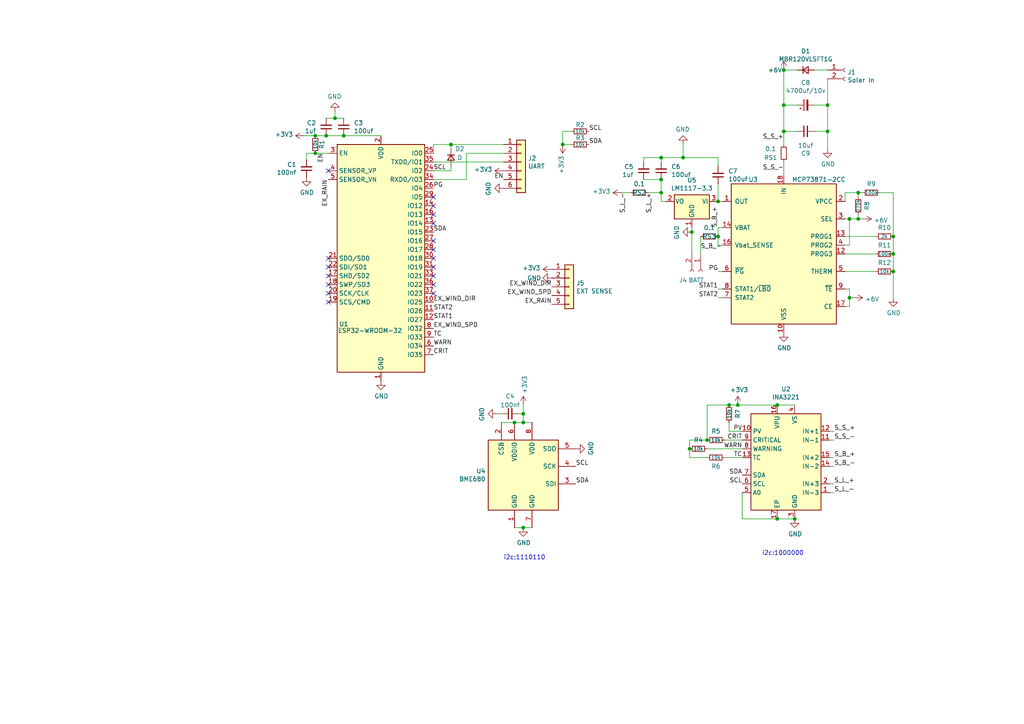
<source format=kicad_sch>
(kicad_sch (version 20230121) (generator eeschema)
  (paper "A4")
  (lib_symbols
    (symbol "Connector_Generic:Conn_01x05" (pin_names (offset 1.016) hide)
      (property "Reference" "J" (at 0 7.62 0))
      (property "Value" "Conn_01x05" (at 0 -7.62 0))
      (symbol "Conn_01x05_1_1"
        (rectangle (start -1.27 -4.953) (end 0 -5.207) (stroke (width 0.1524)))
        (rectangle (start -1.27 -2.413) (end 0 -2.667) (stroke (width 0.1524)))
        (rectangle (start -1.27 0.127) (end 0 -0.127) (stroke (width 0.1524)))
        (rectangle (start -1.27 2.667) (end 0 2.413) (stroke (width 0.1524)))
        (rectangle (start -1.27 5.207) (end 0 4.953) (stroke (width 0.1524)))
        (rectangle (start -1.27 6.35) (end 1.27 -6.35) (stroke (width 0.254)) (fill (type background)))
        (pin passive line (at -5.08 5.08 0) (length 3.81) (name "Pin_1") (number "1"))
        (pin passive line (at -5.08 2.54 0) (length 3.81) (name "Pin_2") (number "2"))
        (pin passive line (at -5.08 0 0) (length 3.81) (name "Pin_3") (number "3"))
        (pin passive line (at -5.08 -2.54 0) (length 3.81) (name "Pin_4") (number "4"))
        (pin passive line (at -5.08 -5.08 0) (length 3.81) (name "Pin_5") (number "5"))
      )
    )
    (symbol "Connector_Generic:Conn_01x06" (pin_names (offset 1.016) hide)
      (property "Reference" "J" (at 0 7.62 0))
      (property "Value" "Conn_01x06" (at 0 -10.16 0))
      (symbol "Conn_01x06_1_1"
        (rectangle (start -1.27 -7.493) (end 0 -7.747) (stroke (width 0.1524)))
        (rectangle (start -1.27 -4.953) (end 0 -5.207) (stroke (width 0.1524)))
        (rectangle (start -1.27 -2.413) (end 0 -2.667) (stroke (width 0.1524)))
        (rectangle (start -1.27 0.127) (end 0 -0.127) (stroke (width 0.1524)))
        (rectangle (start -1.27 2.667) (end 0 2.413) (stroke (width 0.1524)))
        (rectangle (start -1.27 5.207) (end 0 4.953) (stroke (width 0.1524)))
        (rectangle (start -1.27 6.35) (end 1.27 -8.89) (stroke (width 0.254)) (fill (type background)))
        (pin passive line (at -5.08 5.08 0) (length 3.81) (name "Pin_1") (number "1"))
        (pin passive line (at -5.08 2.54 0) (length 3.81) (name "Pin_2") (number "2"))
        (pin passive line (at -5.08 0 0) (length 3.81) (name "Pin_3") (number "3"))
        (pin passive line (at -5.08 -2.54 0) (length 3.81) (name "Pin_4") (number "4"))
        (pin passive line (at -5.08 -5.08 0) (length 3.81) (name "Pin_5") (number "5"))
        (pin passive line (at -5.08 -7.62 0) (length 3.81) (name "Pin_6") (number "6"))
      )
    )
    (symbol "Device:C_Small" (pin_numbers hide) (pin_names (offset 0.254) hide)
      (property "Reference" "C" (at 0.254 1.778 0))
      (property "Value" "C_Small" (at 0.254 -2.032 0))
      (symbol "C_Small_0_1"
        (polyline (pts (xy -1.524 -0.508) (xy 1.524 -0.508)) (stroke (width 0.3302)))
        (polyline (pts (xy -1.524 0.508) (xy 1.524 0.508)) (stroke (width 0.3048)))
      )
      (symbol "C_Small_1_1"
        (pin passive line (at 0 2.54 270) (length 2.032) (name "~") (number "1"))
        (pin passive line (at 0 -2.54 90) (length 2.032) (name "~") (number "2"))
      )
    )
    (symbol "Device:D_Small" (pin_numbers hide) (pin_names (offset 0.254) hide)
      (property "Reference" "D" (at -1.27 2.032 0))
      (property "Value" "D_Small" (at -3.81 -2.032 0))
      (symbol "D_Small_0_1"
        (polyline (pts (xy -0.762 -1.016) (xy -0.762 1.016)) (stroke (width 0.254)))
        (polyline (pts (xy -0.762 0) (xy 0.762 0)))
        (polyline (pts (xy 0.762 -1.016) (xy -0.762 0) (xy 0.762 1.016) (xy 0.762 -1.016)) (stroke (width 0.254)))
      )
      (symbol "D_Small_1_1"
        (pin passive line (at -2.54 0 0) (length 1.778) (name "K") (number "1"))
        (pin passive line (at 2.54 0 180) (length 1.778) (name "A") (number "2"))
      )
    )
    (symbol "Device:R_Small" (pin_numbers hide) (pin_names (offset 0.254) hide)
      (property "Reference" "R" (at 0.762 0.508 0))
      (property "Value" "R_Small" (at 0.762 -1.016 0))
      (symbol "R_Small_0_1"
        (rectangle (start -0.762 1.778) (end 0.762 -1.778) (stroke (width 0.2032)))
      )
      (symbol "R_Small_1_1"
        (pin passive line (at 0 2.54 270) (length 0.762) (name "~") (number "1"))
        (pin passive line (at 0 -2.54 90) (length 0.762) (name "~") (number "2"))
      )
    )
    (symbol "Power_Management:INA3221"
      (property "Reference" "U" (at -10.16 17.78 0))
      (property "Value" "INA3221" (at 5.08 17.78 0))
      (symbol "INA3221_0_1"
        (rectangle (start 10.16 -12.7) (end -10.16 15.24) (stroke (width 0.254)) (fill (type background)))
      )
      (symbol "INA3221_1_1"
        (pin input line (at -12.7 -7.62 0) (length 2.54) (name "IN-3") (number "1"))
        (pin open_collector line (at 12.7 10.16 180) (length 2.54) (name "PV") (number "10"))
        (pin input line (at -12.7 7.62 0) (length 2.54) (name "IN-1") (number "11"))
        (pin input line (at -12.7 10.16 0) (length 2.54) (name "IN+1") (number "12"))
        (pin open_collector line (at 12.7 2.54 180) (length 2.54) (name "TC") (number "13"))
        (pin input line (at -12.7 0 0) (length 2.54) (name "IN-2") (number "14"))
        (pin input line (at -12.7 2.54 0) (length 2.54) (name "IN+2") (number "15"))
        (pin power_in line (at 2.54 17.78 270) (length 2.54) (name "VPU") (number "16"))
        (pin passive line (at 2.54 -15.24 90) (length 2.54) (name "EP") (number "17"))
        (pin input line (at -12.7 -5.08 0) (length 2.54) (name "IN+3") (number "2"))
        (pin power_in line (at -2.54 -15.24 90) (length 2.54) (name "GND") (number "3"))
        (pin power_in line (at -2.54 17.78 270) (length 2.54) (name "VS") (number "4"))
        (pin input line (at 12.7 -7.62 180) (length 2.54) (name "A0") (number "5"))
        (pin input line (at 12.7 -5.08 180) (length 2.54) (name "SCL") (number "6"))
        (pin bidirectional line (at 12.7 -2.54 180) (length 2.54) (name "SDA") (number "7"))
        (pin open_collector line (at 12.7 5.08 180) (length 2.54) (name "WARNING") (number "8"))
        (pin open_collector line (at 12.7 7.62 180) (length 2.54) (name "CRITICAL") (number "9"))
      )
    )
    (symbol "RF_Module:ESP32-WROOM-32"
      (property "Reference" "U" (at -12.7 34.29 0))
      (property "Value" "ESP32-WROOM-32" (at 1.27 34.29 0))
      (symbol "ESP32-WROOM-32_0_1"
        (rectangle (start -12.7 33.02) (end 12.7 -33.02) (stroke (width 0.254)) (fill (type background)))
      )
      (symbol "ESP32-WROOM-32_1_1"
        (pin power_in line (at 0 -35.56 90) (length 2.54) (name "GND") (number "1"))
        (pin bidirectional line (at 15.24 -12.7 180) (length 2.54) (name "IO25") (number "10"))
        (pin bidirectional line (at 15.24 -15.24 180) (length 2.54) (name "IO26") (number "11"))
        (pin bidirectional line (at 15.24 -17.78 180) (length 2.54) (name "IO27") (number "12"))
        (pin bidirectional line (at 15.24 10.16 180) (length 2.54) (name "IO14") (number "13"))
        (pin bidirectional line (at 15.24 15.24 180) (length 2.54) (name "IO12") (number "14"))
        (pin passive line (at 0 -35.56 90) (length 2.54) hide (name "GND") (number "15"))
        (pin bidirectional line (at 15.24 12.7 180) (length 2.54) (name "IO13") (number "16"))
        (pin bidirectional line (at -15.24 -5.08 0) (length 2.54) (name "SHD/SD2") (number "17"))
        (pin bidirectional line (at -15.24 -7.62 0) (length 2.54) (name "SWP/SD3") (number "18"))
        (pin bidirectional line (at -15.24 -12.7 0) (length 2.54) (name "SCS/CMD") (number "19"))
        (pin power_in line (at 0 35.56 270) (length 2.54) (name "VDD") (number "2"))
        (pin bidirectional line (at -15.24 -10.16 0) (length 2.54) (name "SCK/CLK") (number "20"))
        (pin bidirectional line (at -15.24 0 0) (length 2.54) (name "SDO/SD0") (number "21"))
        (pin bidirectional line (at -15.24 -2.54 0) (length 2.54) (name "SDI/SD1") (number "22"))
        (pin bidirectional line (at 15.24 7.62 180) (length 2.54) (name "IO15") (number "23"))
        (pin bidirectional line (at 15.24 25.4 180) (length 2.54) (name "IO2") (number "24"))
        (pin bidirectional line (at 15.24 30.48 180) (length 2.54) (name "IO0") (number "25"))
        (pin bidirectional line (at 15.24 20.32 180) (length 2.54) (name "IO4") (number "26"))
        (pin bidirectional line (at 15.24 5.08 180) (length 2.54) (name "IO16") (number "27"))
        (pin bidirectional line (at 15.24 2.54 180) (length 2.54) (name "IO17") (number "28"))
        (pin bidirectional line (at 15.24 17.78 180) (length 2.54) (name "IO5") (number "29"))
        (pin input line (at -15.24 30.48 0) (length 2.54) (name "EN") (number "3"))
        (pin bidirectional line (at 15.24 0 180) (length 2.54) (name "IO18") (number "30"))
        (pin bidirectional line (at 15.24 -2.54 180) (length 2.54) (name "IO19") (number "31"))
        (pin no_connect line (at -12.7 -27.94 0) (length 2.54) hide (name "NC") (number "32"))
        (pin bidirectional line (at 15.24 -5.08 180) (length 2.54) (name "IO21") (number "33"))
        (pin bidirectional line (at 15.24 22.86 180) (length 2.54) (name "RXD0/IO3") (number "34"))
        (pin bidirectional line (at 15.24 27.94 180) (length 2.54) (name "TXD0/IO1") (number "35"))
        (pin bidirectional line (at 15.24 -7.62 180) (length 2.54) (name "IO22") (number "36"))
        (pin bidirectional line (at 15.24 -10.16 180) (length 2.54) (name "IO23") (number "37"))
        (pin passive line (at 0 -35.56 90) (length 2.54) hide (name "GND") (number "38"))
        (pin passive line (at 0 -35.56 90) (length 2.54) hide (name "GND") (number "39"))
        (pin input line (at -15.24 25.4 0) (length 2.54) (name "SENSOR_VP") (number "4"))
        (pin input line (at -15.24 22.86 0) (length 2.54) (name "SENSOR_VN") (number "5"))
        (pin input line (at 15.24 -25.4 180) (length 2.54) (name "IO34") (number "6"))
        (pin input line (at 15.24 -27.94 180) (length 2.54) (name "IO35") (number "7"))
        (pin bidirectional line (at 15.24 -20.32 180) (length 2.54) (name "IO32") (number "8"))
        (pin bidirectional line (at 15.24 -22.86 180) (length 2.54) (name "IO33") (number "9"))
      )
    )
    (symbol "power:+6V" (power) (pin_names (offset 0))
      (property "Value" "+6V" (at 0 3.556 0))
      (symbol "+6V_0_1"
        (polyline (pts (xy -0.762 1.27) (xy 0 2.54)))
        (polyline (pts (xy 0 0) (xy 0 2.54)))
        (polyline (pts (xy 0 2.54) (xy 0.762 1.27)))
      )
      (symbol "+6V_1_1"
        (pin power_in line (at 0 0 90) (length 0) hide (name "+6V") (number "1"))
      )
    )
    (symbol "power:GND" (power) (pin_names (offset 0))
      (property "Value" "GND" (at 0 -3.81 0))
      (symbol "GND_0_1"
        (polyline (pts (xy 0 0) (xy 0 -1.27) (xy 1.27 -1.27) (xy 0 -2.54) (xy -1.27 -1.27) (xy 0 -1.27)))
      )
      (symbol "GND_1_1"
        (pin power_in line (at 0 0 270) (length 0) hide (name "GND") (number "1"))
      )
    )
    (symbol "weather2-main-rescue:+3.3V-power" (power) (pin_names (offset 0))
      (property "Value" "+3.3V-power" (at 0 3.556 0))
      (symbol "+3.3V-power_0_1"
        (polyline (pts (xy -0.762 1.27) (xy 0 2.54)))
        (polyline (pts (xy 0 0) (xy 0 2.54)))
        (polyline (pts (xy 0 2.54) (xy 0.762 1.27)))
      )
      (symbol "+3.3V-power_1_1"
        (pin power_in line (at 0 0 90) (length 0) hide (name "+3V3") (number "1"))
      )
    )
    (symbol "weather2-main-rescue:CP_Small-Device" (pin_numbers hide) (pin_names (offset 0.254) hide)
      (property "Reference" "C" (at 0.254 1.778 0))
      (property "Value" "Device_CP_Small" (at 0.254 -2.032 0))
      (symbol "CP_Small-Device_0_1"
        (rectangle (start -1.524 -0.3048) (end 1.524 -0.6858) (fill (type outline)))
        (rectangle (start -1.524 0.6858) (end 1.524 0.3048))
        (polyline (pts (xy -1.27 1.524) (xy -0.762 1.524)))
        (polyline (pts (xy -1.016 1.27) (xy -1.016 1.778)))
      )
      (symbol "CP_Small-Device_1_1"
        (pin passive line (at 0 2.54 270) (length 1.8542) (name "~") (number "1"))
        (pin passive line (at 0 -2.54 90) (length 1.8542) (name "~") (number "2"))
      )
    )
    (symbol "weather2-main-rescue:Conn_01x02_Female-Connector" (pin_names (offset 1.016) hide)
      (property "Reference" "J" (at 0 2.54 0))
      (property "Value" "Connector_Conn_01x02_Female" (at 0 -5.08 0))
      (symbol "Conn_01x02_Female-Connector_1_1"
        (arc (start 0 -2.032) (mid -0.5058 -2.54) (end 0 -3.048) (stroke (width 0.1524)))
        (polyline (pts (xy -1.27 -2.54) (xy -0.508 -2.54)) (stroke (width 0.1524)))
        (polyline (pts (xy -1.27 0) (xy -0.508 0)) (stroke (width 0.1524)))
        (arc (start 0 0.508) (mid -0.5058 0) (end 0 -0.508) (stroke (width 0.1524)))
        (pin passive line (at -5.08 0 0) (length 3.81) (name "Pin_1") (number "1"))
        (pin passive line (at -5.08 -2.54 0) (length 3.81) (name "Pin_2") (number "2"))
      )
    )
    (symbol "weather2-main-rescue:LM1117-3.3-Regulator_Linear" (pin_names (offset 0.254))
      (property "Reference" "U" (at -3.81 3.175 0))
      (property "Value" "Regulator_Linear_LM1117-3.3" (at 0 3.175 0))
      (symbol "LM1117-3.3-Regulator_Linear_0_1"
        (rectangle (start -5.08 -5.08) (end 5.08 1.905) (stroke (width 0.254)) (fill (type background)))
      )
      (symbol "LM1117-3.3-Regulator_Linear_1_1"
        (pin power_in line (at 0 -7.62 90) (length 2.54) (name "GND") (number "1"))
        (pin power_out line (at 7.62 0 180) (length 2.54) (name "VO") (number "2"))
        (pin power_in line (at -7.62 0 0) (length 2.54) (name "VI") (number "3"))
      )
    )
    (symbol "weather2-main-rescue:MCP73871-2CC-Battery_Management" (pin_names (offset 1.016))
      (property "Reference" "U" (at -7.62 24.13 0))
      (property "Value" "Battery_Management_MCP73871-2CC" (at -15.24 21.59 0))
      (symbol "MCP73871-2CC-Battery_Management_0_1"
        (rectangle (start -15.24 20.32) (end 15.24 -20.32) (stroke (width 0.254)) (fill (type background)))
      )
      (symbol "MCP73871-2CC-Battery_Management_1_1"
        (pin power_out line (at 17.78 15.24 180) (length 2.54) (name "OUT") (number "1"))
        (pin power_in line (at 0 -22.86 90) (length 2.54) (name "VSS") (number "10"))
        (pin passive line (at 0 -22.86 90) (length 2.54) hide (name "VSS") (number "11"))
        (pin bidirectional line (at -17.78 0 0) (length 2.54) (name "PROG3") (number "12"))
        (pin bidirectional line (at -17.78 5.08 0) (length 2.54) (name "PROG1") (number "13"))
        (pin power_out line (at 17.78 7.62 180) (length 2.54) (name "VBAT") (number "14"))
        (pin passive line (at 17.78 7.62 180) (length 2.54) hide (name "VBAT") (number "15"))
        (pin input line (at 17.78 2.54 180) (length 2.54) (name "Vbat_SENSE") (number "16"))
        (pin input line (at -17.78 -15.24 0) (length 2.54) (name "CE") (number "17"))
        (pin power_in line (at 0 22.86 270) (length 2.54) (name "IN") (number "18"))
        (pin passive line (at 0 22.86 270) (length 2.54) hide (name "IN") (number "19"))
        (pin input line (at -17.78 15.24 0) (length 2.54) (name "VPCC") (number "2"))
        (pin passive line (at 17.78 15.24 180) (length 2.54) hide (name "OUT") (number "20"))
        (pin passive line (at 0 -22.86 90) (length 2.54) hide (name "VSS") (number "21"))
        (pin input line (at -17.78 10.16 0) (length 2.54) (name "SEL") (number "3"))
        (pin input line (at -17.78 2.54 0) (length 2.54) (name "PROG2") (number "4"))
        (pin bidirectional line (at -17.78 -5.08 0) (length 2.54) (name "THERM") (number "5"))
        (pin open_collector line (at 17.78 -5.08 180) (length 2.54) (name "~{PG}") (number "6"))
        (pin open_collector line (at 17.78 -12.7 180) (length 2.54) (name "STAT2") (number "7"))
        (pin open_collector line (at 17.78 -10.16 180) (length 2.54) (name "STAT1/~{LBO}") (number "8"))
        (pin input line (at -17.78 -10.16 0) (length 2.54) (name "~{TE}") (number "9"))
      )
    )
    (symbol "weather2:BME680-FW"
      (property "Reference" "U" (at -8.89 11.43 0))
      (property "Value" "BME680-FW" (at 7.62 11.43 0))
      (symbol "BME680-FW_0_1"
        (rectangle (start -10.16 10.16) (end 10.16 -10.16) (stroke (width 0.254)) (fill (type background)))
      )
      (symbol "BME680-FW_1_1"
        (pin power_in line (at -2.54 -15.24 90) (length 5.08) (name "GND") (number "1"))
        (pin input line (at -6.35 15.24 270) (length 5.08) (name "CSB") (number "2"))
        (pin bidirectional line (at 15.24 -2.54 180) (length 5.08) (name "SDI") (number "3"))
        (pin input line (at 15.24 2.54 180) (length 5.08) (name "SCK") (number "4"))
        (pin bidirectional line (at 15.24 7.62 180) (length 5.08) (name "SDO") (number "5"))
        (pin power_in line (at -2.54 15.24 270) (length 5.08) (name "VDDIO") (number "6"))
        (pin power_in line (at 2.54 -15.24 90) (length 5.08) (name "GND") (number "7"))
        (pin power_in line (at 2.54 15.24 270) (length 5.08) (name "VDD") (number "8"))
      )
    )
  )
  (junction (at 149.225 122.555))
  (junction (at 198.12 45.72))
  (junction (at 227.33 20.32))
  (junction (at 205.105 127.635))
  (junction (at 248.92 63.5))
  (junction (at 91.44 44.45))
  (junction (at 259.08 73.66))
  (junction (at 151.765 153.035))
  (junction (at 130.81 41.91))
  (junction (at 240.03 30.48))
  (junction (at 213.995 117.475))
  (junction (at 208.28 58.42))
  (junction (at 200.66 67.31))
  (junction (at 259.08 78.74))
  (junction (at 191.77 55.88))
  (junction (at 230.505 150.495))
  (junction (at 97.155 34.29))
  (junction (at 91.44 39.37))
  (junction (at 151.765 120.015))
  (junction (at 246.38 63.5))
  (junction (at 163.195 41.91))
  (junction (at 227.33 38.1))
  (junction (at 191.77 52.07))
  (junction (at 225.425 150.495))
  (junction (at 99.695 39.37))
  (junction (at 211.455 117.475))
  (junction (at 227.33 30.48))
  (junction (at 208.28 68.58))
  (junction (at 200.025 130.175))
  (junction (at 246.38 86.36))
  (junction (at 240.03 38.1))
  (junction (at 151.765 122.555))
  (junction (at 191.77 45.72))
  (junction (at 225.425 117.475))
  (junction (at 259.08 68.58))
  (junction (at 94.615 39.37))
  (junction (at 248.92 55.88))
  (no_connect (at 125.73 74.93))
  (no_connect (at 95.25 87.63))
  (no_connect (at 125.73 72.39))
  (no_connect (at 125.73 80.01))
  (no_connect (at 95.25 82.55))
  (no_connect (at 125.73 69.85))
  (no_connect (at 95.25 85.09))
  (no_connect (at 95.25 49.53))
  (no_connect (at 95.25 74.93))
  (no_connect (at 125.73 62.23))
  (no_connect (at 125.73 59.69))
  (no_connect (at 125.73 64.77))
  (no_connect (at 125.73 85.09))
  (no_connect (at 125.73 77.47))
  (no_connect (at 95.25 77.47))
  (no_connect (at 125.73 57.15))
  (no_connect (at 95.25 80.01))
  (no_connect (at 125.73 82.55))
  (wire (pts (xy 213.995 117.475) (xy 211.455 117.475)))
  (wire (pts (xy 246.38 63.5) (xy 245.11 63.5)))
  (wire (pts (xy 227.33 38.1) (xy 227.33 30.48)))
  (wire (pts (xy 246.38 86.36) (xy 246.38 88.9)))
  (wire (pts (xy 186.69 45.72) (xy 186.69 46.99)))
  (wire (pts (xy 151.765 153.035) (xy 154.305 153.035)))
  (wire (pts (xy 248.92 63.5) (xy 248.92 62.23)))
  (wire (pts (xy 245.11 68.58) (xy 254 68.58)))
  (wire (pts (xy 97.155 34.29) (xy 97.155 32.385)))
  (wire (pts (xy 110.49 39.37) (xy 99.695 39.37)))
  (wire (pts (xy 125.73 52.07) (xy 135.255 52.07)))
  (wire (pts (xy 200.025 132.715) (xy 205.105 132.715)))
  (wire (pts (xy 163.195 38.1) (xy 165.735 38.1)))
  (wire (pts (xy 208.28 78.74) (xy 209.55 78.74)))
  (wire (pts (xy 151.765 122.555) (xy 154.305 122.555)))
  (wire (pts (xy 200.66 73.66) (xy 200.66 67.31)))
  (wire (pts (xy 191.77 55.88) (xy 191.77 58.42)))
  (wire (pts (xy 240.03 38.1) (xy 240.03 43.18)))
  (wire (pts (xy 200.025 127.635) (xy 200.025 130.175)))
  (wire (pts (xy 130.81 43.18) (xy 130.81 41.91)))
  (wire (pts (xy 215.265 142.875) (xy 215.265 150.495)))
  (wire (pts (xy 182.88 55.88) (xy 180.34 55.88)))
  (wire (pts (xy 151.765 120.015) (xy 151.765 122.555)))
  (wire (pts (xy 125.73 46.99) (xy 146.05 46.99)))
  (wire (pts (xy 135.255 44.45) (xy 146.05 44.45)))
  (wire (pts (xy 241.935 127.635) (xy 240.665 127.635)))
  (wire (pts (xy 88.9 46.355) (xy 88.9 44.45)))
  (wire (pts (xy 125.73 49.53) (xy 130.81 49.53)))
  (wire (pts (xy 95.25 44.45) (xy 91.44 44.45)))
  (wire (pts (xy 240.03 22.86) (xy 240.03 30.48)))
  (wire (pts (xy 236.22 38.1) (xy 240.03 38.1)))
  (wire (pts (xy 240.03 30.48) (xy 240.03 38.1)))
  (wire (pts (xy 241.935 140.335) (xy 240.665 140.335)))
  (wire (pts (xy 241.935 125.095) (xy 240.665 125.095)))
  (wire (pts (xy 135.255 52.07) (xy 135.255 44.45)))
  (wire (pts (xy 227.33 38.1) (xy 231.14 38.1)))
  (wire (pts (xy 191.77 55.88) (xy 187.96 55.88)))
  (wire (pts (xy 191.77 45.72) (xy 191.77 46.99)))
  (wire (pts (xy 248.92 55.88) (xy 250.19 55.88)))
  (wire (pts (xy 88.265 39.37) (xy 91.44 39.37)))
  (wire (pts (xy 211.455 117.475) (xy 205.105 117.475)))
  (wire (pts (xy 151.765 117.475) (xy 151.765 120.015)))
  (wire (pts (xy 245.11 55.88) (xy 245.11 58.42)))
  (wire (pts (xy 246.38 86.36) (xy 247.65 86.36)))
  (wire (pts (xy 130.81 41.91) (xy 125.73 41.91)))
  (wire (pts (xy 246.38 83.82) (xy 246.38 86.36)))
  (wire (pts (xy 205.105 117.475) (xy 205.105 127.635)))
  (wire (pts (xy 245.11 73.66) (xy 254 73.66)))
  (wire (pts (xy 246.38 88.9) (xy 245.11 88.9)))
  (wire (pts (xy 215.265 125.095) (xy 211.455 125.095)))
  (wire (pts (xy 99.695 34.29) (xy 97.155 34.29)))
  (wire (pts (xy 209.55 66.04) (xy 208.28 66.04)))
  (wire (pts (xy 209.55 71.12) (xy 208.28 71.12)))
  (wire (pts (xy 149.225 122.555) (xy 151.765 122.555)))
  (wire (pts (xy 200.66 67.31) (xy 200.66 66.04)))
  (wire (pts (xy 246.38 83.82) (xy 245.11 83.82)))
  (wire (pts (xy 208.28 86.36) (xy 209.55 86.36)))
  (wire (pts (xy 125.73 44.45) (xy 125.73 41.91)))
  (wire (pts (xy 255.27 55.88) (xy 259.08 55.88)))
  (wire (pts (xy 151.765 120.015) (xy 150.495 120.015)))
  (wire (pts (xy 208.28 58.42) (xy 209.55 58.42)))
  (wire (pts (xy 245.11 78.74) (xy 254 78.74)))
  (wire (pts (xy 94.615 39.37) (xy 99.695 39.37)))
  (wire (pts (xy 191.77 52.07) (xy 186.69 52.07)))
  (wire (pts (xy 248.92 55.88) (xy 245.11 55.88)))
  (wire (pts (xy 203.2 68.58) (xy 203.2 73.66)))
  (wire (pts (xy 146.05 41.91) (xy 130.81 41.91)))
  (wire (pts (xy 236.22 30.48) (xy 240.03 30.48)))
  (wire (pts (xy 91.44 39.37) (xy 94.615 39.37)))
  (wire (pts (xy 225.425 117.475) (xy 213.995 117.475)))
  (wire (pts (xy 225.425 150.495) (xy 230.505 150.495)))
  (wire (pts (xy 208.28 66.04) (xy 208.28 68.58)))
  (wire (pts (xy 215.265 150.495) (xy 225.425 150.495)))
  (wire (pts (xy 248.92 63.5) (xy 250.19 63.5)))
  (wire (pts (xy 200.025 130.175) (xy 200.025 132.715)))
  (wire (pts (xy 209.55 83.82) (xy 208.28 83.82)))
  (wire (pts (xy 236.22 20.32) (xy 240.03 20.32)))
  (wire (pts (xy 211.455 125.095) (xy 211.455 122.555)))
  (wire (pts (xy 259.08 78.74) (xy 259.08 86.36)))
  (wire (pts (xy 191.77 45.72) (xy 186.69 45.72)))
  (wire (pts (xy 246.38 71.12) (xy 246.38 63.5)))
  (wire (pts (xy 227.33 30.48) (xy 231.14 30.48)))
  (wire (pts (xy 246.38 71.12) (xy 245.11 71.12)))
  (wire (pts (xy 205.105 127.635) (xy 200.025 127.635)))
  (wire (pts (xy 227.33 20.32) (xy 231.14 20.32)))
  (wire (pts (xy 230.505 117.475) (xy 225.425 117.475)))
  (wire (pts (xy 91.44 44.45) (xy 88.9 44.45)))
  (wire (pts (xy 241.935 135.255) (xy 240.665 135.255)))
  (wire (pts (xy 145.415 120.015) (xy 144.145 120.015)))
  (wire (pts (xy 94.615 34.29) (xy 97.155 34.29)))
  (wire (pts (xy 227.33 41.91) (xy 227.33 38.1)))
  (wire (pts (xy 149.225 122.555) (xy 145.415 122.555)))
  (wire (pts (xy 248.92 57.15) (xy 248.92 55.88)))
  (wire (pts (xy 227.33 30.48) (xy 227.33 20.32)))
  (wire (pts (xy 198.12 45.72) (xy 208.28 45.72)))
  (wire (pts (xy 198.12 45.72) (xy 191.77 45.72)))
  (wire (pts (xy 259.08 73.66) (xy 259.08 78.74)))
  (wire (pts (xy 259.08 55.88) (xy 259.08 68.58)))
  (wire (pts (xy 149.225 153.035) (xy 151.765 153.035)))
  (wire (pts (xy 215.265 130.175) (xy 205.105 130.175)))
  (wire (pts (xy 163.195 38.1) (xy 163.195 41.91)))
  (wire (pts (xy 191.77 58.42) (xy 193.04 58.42)))
  (wire (pts (xy 130.81 49.53) (xy 130.81 48.26)))
  (wire (pts (xy 246.38 63.5) (xy 248.92 63.5)))
  (wire (pts (xy 259.08 68.58) (xy 259.08 73.66)))
  (wire (pts (xy 241.935 142.875) (xy 240.665 142.875)))
  (wire (pts (xy 208.28 53.34) (xy 208.28 58.42)))
  (wire (pts (xy 208.28 71.12) (xy 208.28 68.58)))
  (wire (pts (xy 191.77 52.07) (xy 191.77 55.88)))
  (wire (pts (xy 198.12 45.72) (xy 198.12 41.91)))
  (wire (pts (xy 208.28 45.72) (xy 208.28 48.26)))
  (wire (pts (xy 163.195 41.91) (xy 165.735 41.91)))
  (wire (pts (xy 227.33 50.8) (xy 227.33 46.99)))
  (wire (pts (xy 215.265 132.715) (xy 210.185 132.715)))
  (wire (pts (xy 241.935 132.715) (xy 240.665 132.715)))
  (wire (pts (xy 215.265 127.635) (xy 210.185 127.635)))
  (text "i2c:1110110" (at 146.05 162.56 0) (effects (font (size 1.27 1.27)) (justify left bottom)))
  (text "i2c:1000000" (at 220.98 161.29 0) (effects (font (size 1.27 1.27)) (justify left bottom)))
  (label "S_S_+" (at 227.33 40.64 180))
  (label "S_S_+" (at 241.935 125.095 0))
  (label "EX_WIND_DIR" (at 125.73 87.63 0))
  (label "EX_RAIN" (at 160.02 88.265 180))
  (label "STAT1" (at 208.28 83.82 180))
  (label "S_L_+" (at 189.23 55.88 270))
  (label "PG" (at 125.73 54.61 0))
  (label "S_L_+" (at 241.935 140.335 0))
  (label "TC" (at 215.265 132.715 180))
  (label "CRIT" (at 215.265 127.635 180))
  (label "WARN" (at 125.73 100.33 0))
  (label "TC" (at 125.73 97.79 0))
  (label "EN" (at 146.05 52.07 180))
  (label "S_B_-" (at 241.935 135.255 0))
  (label "STAT2" (at 125.73 90.17 0))
  (label "S_S_-" (at 241.935 127.635 0))
  (label "SCL" (at 167.005 135.255 0))
  (label "S_B_+" (at 241.935 132.715 0))
  (label "S_B_-" (at 203.2 72.39 0))
  (label "EX_RAIN" (at 95.25 52.07 270))
  (label "EX_WIND_SPD" (at 160.02 85.725 180))
  (label "STAT1" (at 125.73 92.71 0))
  (label "PV" (at 215.265 125.095 180))
  (label "SCL" (at 125.73 49.53 0))
  (label "SDA" (at 125.73 67.31 0))
  (label "SCL" (at 170.815 38.1 0))
  (label "CRIT" (at 125.73 102.87 0))
  (label "PG" (at 208.28 78.74 180))
  (label "SDA" (at 167.005 140.335 0))
  (label "STAT2" (at 208.28 86.36 180))
  (label "EN" (at 93.98 44.45 270))
  (label "SDA" (at 215.265 137.795 180))
  (label "WARN" (at 215.265 130.175 180))
  (label "SDA" (at 170.815 41.91 0))
  (label "S_S_-" (at 227.33 49.53 180))
  (label "S_B_+" (at 208.28 66.04 90))
  (label "EX_WIND_DIR" (at 160.02 83.185 180))
  (label "EX_WIND_SPD" (at 125.73 95.25 0))
  (label "S_L_-" (at 241.935 142.875 0))
  (label "SCL" (at 215.265 140.335 180))
  (label "S_L_-" (at 181.61 55.88 270))
  (symbol (lib_id "RF_Module:ESP32-WROOM-32") (at 110.49 74.93 0) (unit 1)
    (property "Reference" "U1" (at 99.695 93.98 0))
    (property "Value" "ESP32-WROOM-32" (at 107.315 95.885 0))
    (property "Footprint" "RF_Module:ESP32-WROOM-32" (effects hide))
    (property "Datasheet" "https://www.espressif.com/sites/default/files/documentation/esp32-wroom-32_datasheet_en.pdf" (effects hide))
  )
  (symbol (lib_id "Power_Management:INA3221") (at 227.965 135.255 0) (mirror y) (unit 1)
    (property "Reference" "U2" (at 227.965 112.8776 0))
    (property "Value" "INA3221" (at 227.965 115.189 0))
    (property "Footprint" "Package_DFN_QFN:Texas_RGV_S-PVQFN-N16_EP2.1x2.1mm" (effects hide))
    (property "Datasheet" "http://www.ti.com/lit/ds/symlink/ina3221.pdf" (effects hide))
  )
  (symbol (lib_id "weather2-main-rescue:MCP73871-2CC-Battery_Management") (at 227.33 73.66 0) (mirror y) (unit 1)
    (property "Reference" "U3" (at 218.44 52.07 0))
    (property "Value" "MCP73871-2CC" (at 237.49 52.07 0))
    (property "Footprint" "Package_DFN_QFN:QFN-20-1EP_4x4mm_P0.5mm_EP2.5x2.5mm" (effects hide))
    (property "Datasheet" "http://www.mouser.com/ds/2/268/22090a-52174.pdf" (effects hide))
  )
  (symbol (lib_id "weather2-main-rescue:Conn_01x02_Female-Connector") (at 245.11 20.32 0) (unit 1)
    (property "Reference" "J1" (at 245.8212 20.9296 0) (effects (justify left)))
    (property "Value" "Solar In" (at 245.8212 23.241 0) (effects (justify left)))
    (property "Footprint" "Connector_PinHeader_2.54mm:PinHeader_1x02_P2.54mm_Vertical" (effects hide))
  )
  (symbol (lib_id "Device:D_Small") (at 233.68 20.32 0) (unit 1)
    (property "Reference" "D1" (at 233.68 14.8336 0))
    (property "Value" "MBR120VLSFT1G" (at 233.68 17.145 0))
    (property "Footprint" "Diode_SMD:D_0805_2012Metric_Pad1.15x1.40mm_HandSolder" (effects hide))
  )
  (symbol (lib_id "power:GND") (at 240.03 43.18 0) (unit 1)
    (property "Reference" "#PWR021" (effects hide))
    (property "Value" "GND" (at 240.157 47.5742 0))
  )
  (symbol (lib_id "weather2-main-rescue:CP_Small-Device") (at 233.68 30.48 90) (unit 1)
    (property "Reference" "C8" (at 233.68 24.003 90))
    (property "Value" "4700uf/10v" (at 233.68 26.3144 90))
    (property "Footprint" "Weather2:CP_Radial_D16.0mm_P7.50mm-SpaceSaver" (effects hide))
  )
  (symbol (lib_id "Device:C_Small") (at 233.68 38.1 90) (unit 1)
    (property "Reference" "C9" (at 233.68 44.5008 90))
    (property "Value" "10uf" (at 233.68 42.1894 90))
    (property "Footprint" "Capacitor_SMD:C_0805_2012Metric_Pad1.15x1.40mm_HandSolder" (effects hide))
  )
  (symbol (lib_id "power:GND") (at 259.08 86.36 0) (unit 1)
    (property "Reference" "#PWR024" (effects hide))
    (property "Value" "GND" (at 259.207 90.7542 0))
  )
  (symbol (lib_id "Device:R_Small") (at 256.54 68.58 270) (unit 1)
    (property "Reference" "R10" (at 256.54 66.04 90))
    (property "Value" "2k" (at 256.54 68.58 90) (effects (font (size 0.9906 0.9906))))
    (property "Footprint" "Resistor_SMD:R_0805_2012Metric_Pad1.15x1.40mm_HandSolder" (effects hide))
  )
  (symbol (lib_id "Device:R_Small") (at 256.54 73.66 270) (unit 1)
    (property "Reference" "R11" (at 256.54 71.12 90))
    (property "Value" "100k" (at 256.54 73.66 90) (effects (font (size 0.9906 0.9906))))
    (property "Footprint" "Resistor_SMD:R_0805_2012Metric_Pad1.15x1.40mm_HandSolder" (effects hide))
  )
  (symbol (lib_id "Device:R_Small") (at 256.54 78.74 270) (unit 1)
    (property "Reference" "R12" (at 256.54 76.2 90))
    (property "Value" "10k" (at 256.54 78.74 90) (effects (font (size 0.9906 0.9906))))
    (property "Footprint" "Resistor_SMD:R_0805_2012Metric_Pad1.15x1.40mm_HandSolder" (effects hide))
  )
  (symbol (lib_id "power:GND") (at 227.33 96.52 0) (unit 1)
    (property "Reference" "#PWR019" (effects hide))
    (property "Value" "GND" (at 227.457 100.9142 0))
  )
  (symbol (lib_id "Device:R_Small") (at 252.73 55.88 270) (unit 1)
    (property "Reference" "R9" (at 252.73 53.34 90))
    (property "Value" "100k" (at 252.73 55.88 90) (effects (font (size 0.9906 0.9906))))
    (property "Footprint" "Resistor_SMD:R_0805_2012Metric_Pad1.15x1.40mm_HandSolder" (effects hide))
  )
  (symbol (lib_id "Device:R_Small") (at 248.92 59.69 180) (unit 1)
    (property "Reference" "R8" (at 251.46 59.69 90))
    (property "Value" "270k" (at 248.92 59.69 90) (effects (font (size 0.9906 0.9906))))
    (property "Footprint" "Resistor_SMD:R_0805_2012Metric_Pad1.15x1.40mm_HandSolder" (effects hide))
  )
  (symbol (lib_id "weather2-main-rescue:Conn_01x02_Female-Connector") (at 203.2 78.74 270) (unit 1)
    (property "Reference" "J4" (at 198.12 81.28 90))
    (property "Value" "BATT" (at 201.93 81.28 90))
    (property "Footprint" "Connector_PinHeader_2.54mm:PinHeader_1x02_P2.54mm_Vertical" (effects hide))
  )
  (symbol (lib_id "power:GND") (at 200.66 67.31 270) (unit 1)
    (property "Reference" "#PWR016" (effects hide))
    (property "Value" "GND" (at 196.2658 67.437 0))
  )
  (symbol (lib_id "weather2-main-rescue:LM1117-3.3-Regulator_Linear") (at 200.66 58.42 0) (mirror y) (unit 1)
    (property "Reference" "U5" (at 200.66 52.2732 0))
    (property "Value" "LM1117-3.3" (at 200.66 54.5846 0))
    (property "Footprint" "Package_TO_SOT_SMD:TO-252-2" (effects hide))
    (property "Datasheet" "http://www.ti.com/lit/ds/symlink/lm1117.pdf" (effects hide))
  )
  (symbol (lib_id "Device:C_Small") (at 208.28 50.8 180) (unit 1)
    (property "Reference" "C7" (at 211.201 49.6316 0) (effects (justify right)))
    (property "Value" "100uf" (at 211.201 51.943 0) (effects (justify right)))
    (property "Footprint" "Capacitor_SMD:C_0805_2012Metric_Pad1.15x1.40mm_HandSolder" (effects hide))
  )
  (symbol (lib_id "power:GND") (at 198.12 41.91 180) (unit 1)
    (property "Reference" "#PWR015" (effects hide))
    (property "Value" "GND" (at 197.993 37.5158 0))
  )
  (symbol (lib_id "Device:C_Small") (at 191.77 49.53 180) (unit 1)
    (property "Reference" "C6" (at 194.691 48.3616 0) (effects (justify right)))
    (property "Value" "100uf" (at 194.691 50.673 0) (effects (justify right)))
    (property "Footprint" "Capacitor_SMD:C_0805_2012Metric_Pad1.15x1.40mm_HandSolder" (effects hide))
  )
  (symbol (lib_id "Device:C_Small") (at 186.69 49.53 0) (mirror x) (unit 1)
    (property "Reference" "C5" (at 183.769 48.3616 0) (effects (justify right)))
    (property "Value" "1uf" (at 183.769 50.673 0) (effects (justify right)))
    (property "Footprint" "Capacitor_SMD:C_0805_2012Metric_Pad1.15x1.40mm_HandSolder" (effects hide))
  )
  (symbol (lib_id "power:+6V") (at 227.33 20.32 0) (unit 1)
    (property "Reference" "#PWR018" (effects hide))
    (property "Value" "+6V" (at 224.79 20.32 0))
  )
  (symbol (lib_id "power:+6V") (at 250.19 63.5 270) (unit 1)
    (property "Reference" "#PWR023" (effects hide))
    (property "Value" "+6V" (at 253.4412 63.881 90) (effects (justify left)))
  )
  (symbol (lib_id "power:+6V") (at 247.65 86.36 270) (unit 1)
    (property "Reference" "#PWR022" (effects hide))
    (property "Value" "+6V" (at 250.9012 86.741 90) (effects (justify left)))
  )
  (symbol (lib_id "Device:R_Small") (at 227.33 44.45 180) (unit 1)
    (property "Reference" "RS1" (at 223.52 45.72 0))
    (property "Value" "0.1" (at 223.52 43.18 0) (effects (font (size 1.2954 1.2954))))
    (property "Footprint" "Resistor_SMD:R_0805_2012Metric_Pad1.15x1.40mm_HandSolder" (effects hide))
  )
  (symbol (lib_id "weather2-main-rescue:+3.3V-power") (at 180.34 55.88 90) (unit 1)
    (property "Reference" "#PWR014" (effects hide))
    (property "Value" "+3.3V" (at 177.0888 55.499 90) (effects (justify left)))
  )
  (symbol (lib_id "Device:R_Small") (at 185.42 55.88 270) (unit 1)
    (property "Reference" "RS2" (at 185.42 55.88 90))
    (property "Value" "0.1" (at 185.42 53.34 90) (effects (font (size 1.2954 1.2954))))
    (property "Footprint" "Resistor_SMD:R_0805_2012Metric_Pad1.15x1.40mm_HandSolder" (effects hide))
  )
  (symbol (lib_id "Device:R_Small") (at 205.74 68.58 270) (unit 1)
    (property "Reference" "RS3" (at 205.74 68.58 90))
    (property "Value" "0.1" (at 205.74 66.04 90) (effects (font (size 1.2954 1.2954))))
    (property "Footprint" "Resistor_SMD:R_0805_2012Metric_Pad1.15x1.40mm_HandSolder" (effects hide))
  )
  (symbol (lib_id "weather2-main-rescue:+3.3V-power") (at 213.995 117.475 0) (unit 1)
    (property "Reference" "#PWR017" (effects hide))
    (property "Value" "+3.3V" (at 214.376 113.0808 0))
  )
  (symbol (lib_id "Device:D_Small") (at 130.81 45.72 270) (unit 1)
    (property "Reference" "D2" (at 133.35 43.18 90))
    (property "Value" "D" (at 133.35 45.72 90))
    (property "Footprint" "Diode_SMD:D_0805_2012Metric_Pad1.15x1.40mm_HandSolder" (effects hide))
  )
  (symbol (lib_id "Device:R_Small") (at 207.645 127.635 270) (unit 1)
    (property "Reference" "R5" (at 207.645 125.095 90))
    (property "Value" "10k" (at 207.645 127.635 90) (effects (font (size 0.9906 0.9906))))
    (property "Footprint" "Resistor_SMD:R_0805_2012Metric_Pad1.15x1.40mm_HandSolder" (effects hide))
  )
  (symbol (lib_id "Device:R_Small") (at 207.645 132.715 270) (unit 1)
    (property "Reference" "R6" (at 207.645 135.255 90))
    (property "Value" "10k" (at 207.645 132.715 90) (effects (font (size 0.9906 0.9906))))
    (property "Footprint" "Resistor_SMD:R_0805_2012Metric_Pad1.15x1.40mm_HandSolder" (effects hide))
  )
  (symbol (lib_id "Device:R_Small") (at 202.565 130.175 270) (unit 1)
    (property "Reference" "R4" (at 202.565 127.635 90))
    (property "Value" "10k" (at 202.565 130.175 90) (effects (font (size 0.9906 0.9906))))
    (property "Footprint" "Resistor_SMD:R_0805_2012Metric_Pad1.15x1.40mm_HandSolder" (effects hide))
  )
  (symbol (lib_id "Device:R_Small") (at 211.455 120.015 180) (unit 1)
    (property "Reference" "R7" (at 213.995 120.015 90))
    (property "Value" "10k" (at 211.455 120.015 90) (effects (font (size 0.9906 0.9906))))
    (property "Footprint" "Resistor_SMD:R_0805_2012Metric_Pad1.15x1.40mm_HandSolder" (effects hide))
  )
  (symbol (lib_id "power:GND") (at 230.505 150.495 0) (unit 1)
    (property "Reference" "#PWR020" (effects hide))
    (property "Value" "GND" (at 230.632 154.8892 0))
  )
  (symbol (lib_id "weather2:BME680-FW") (at 151.765 137.795 0) (unit 1)
    (property "Reference" "U4" (at 140.8684 136.6266 0) (effects (justify right)))
    (property "Value" "BME680" (at 140.8684 138.938 0) (effects (justify right)))
    (property "Footprint" "Package_LGA:Bosch_LGA-8_3x3mm_P0.8mm_ClockwisePinNumbering" (effects hide))
    (property "Datasheet" "https://ae-bst.resource.bosch.com/media/_tech/media/datasheets/BST-BME680-DS001.pdf" (effects hide))
  )
  (symbol (lib_id "power:GND") (at 151.765 153.035 0) (unit 1)
    (property "Reference" "#PWR011" (effects hide))
    (property "Value" "GND" (at 151.892 157.4292 0))
  )
  (symbol (lib_id "weather2-main-rescue:+3.3V-power") (at 151.765 117.475 0) (unit 1)
    (property "Reference" "#PWR010" (effects hide))
    (property "Value" "+3.3V" (at 152.146 114.2238 90) (effects (justify left)))
  )
  (symbol (lib_id "power:GND") (at 144.145 120.015 270) (unit 1)
    (property "Reference" "#PWR07" (effects hide))
    (property "Value" "GND" (at 139.7508 120.142 0))
  )
  (symbol (lib_id "Device:C_Small") (at 147.955 120.015 90) (mirror x) (unit 1)
    (property "Reference" "C4" (at 147.955 114.935 90))
    (property "Value" "100nf" (at 147.955 117.475 90))
    (property "Footprint" "Capacitor_SMD:C_0805_2012Metric_Pad1.15x1.40mm_HandSolder" (effects hide))
  )
  (symbol (lib_id "power:GND") (at 167.005 130.175 90) (unit 1)
    (property "Reference" "#PWR013" (effects hide))
    (property "Value" "GND" (at 171.3992 130.048 0))
  )
  (symbol (lib_id "Device:R_Small") (at 168.275 38.1 270) (unit 1)
    (property "Reference" "R2" (at 168.275 36.195 90))
    (property "Value" "10k" (at 168.275 38.1 90) (effects (font (size 0.9906 0.9906))))
    (property "Footprint" "Resistor_SMD:R_0805_2012Metric_Pad1.15x1.40mm_HandSolder" (effects hide))
  )
  (symbol (lib_id "Device:R_Small") (at 168.275 41.91 270) (unit 1)
    (property "Reference" "R3" (at 168.275 40.005 90))
    (property "Value" "10k" (at 168.275 41.91 90) (effects (font (size 0.9906 0.9906))))
    (property "Footprint" "Resistor_SMD:R_0805_2012Metric_Pad1.15x1.40mm_HandSolder" (effects hide))
  )
  (symbol (lib_id "weather2-main-rescue:+3.3V-power") (at 163.195 41.91 180) (unit 1)
    (property "Reference" "#PWR012" (effects hide))
    (property "Value" "+3.3V" (at 162.814 45.1612 90) (effects (justify left)))
  )
  (symbol (lib_id "weather2-main-rescue:+3.3V-power") (at 88.265 39.37 90) (unit 1)
    (property "Reference" "#PWR02" (effects hide))
    (property "Value" "+3.3V" (at 85.0138 38.989 90) (effects (justify left)))
  )
  (symbol (lib_id "Device:C_Small") (at 99.695 36.83 180) (unit 1)
    (property "Reference" "C3" (at 102.616 35.6616 0) (effects (justify right)))
    (property "Value" "100uf" (at 102.616 37.973 0) (effects (justify right)))
    (property "Footprint" "Capacitor_SMD:C_0805_2012Metric_Pad1.15x1.40mm_HandSolder" (effects hide))
  )
  (symbol (lib_id "Device:C_Small") (at 94.615 36.83 0) (mirror x) (unit 1)
    (property "Reference" "C2" (at 91.694 35.6616 0) (effects (justify right)))
    (property "Value" "1uf" (at 91.694 37.973 0) (effects (justify right)))
    (property "Footprint" "Capacitor_SMD:C_0805_2012Metric_Pad1.15x1.40mm_HandSolder" (effects hide))
  )
  (symbol (lib_id "power:GND") (at 110.49 110.49 0) (unit 1)
    (property "Reference" "#PWR05" (effects hide))
    (property "Value" "GND" (at 110.617 114.8842 0))
  )
  (symbol (lib_id "power:GND") (at 97.155 32.385 180) (unit 1)
    (property "Reference" "#PWR04" (effects hide))
    (property "Value" "GND" (at 97.028 27.9908 0))
  )
  (symbol (lib_id "Device:R_Small") (at 91.44 41.91 180) (unit 1)
    (property "Reference" "R1" (at 93.345 41.91 90))
    (property "Value" "10k" (at 91.44 41.91 90) (effects (font (size 0.9906 0.9906))))
    (property "Footprint" "Resistor_SMD:R_0805_2012Metric_Pad1.15x1.40mm_HandSolder" (effects hide))
  )
  (symbol (lib_id "Device:C_Small") (at 88.9 48.895 0) (mirror x) (unit 1)
    (property "Reference" "C1" (at 85.979 47.7266 0) (effects (justify right)))
    (property "Value" "100nf" (at 85.979 50.038 0) (effects (justify right)))
    (property "Footprint" "Capacitor_SMD:C_0805_2012Metric_Pad1.15x1.40mm_HandSolder" (effects hide))
  )
  (symbol (lib_id "power:GND") (at 88.9 51.435 0) (unit 1)
    (property "Reference" "#PWR03" (effects hide))
    (property "Value" "GND" (at 89.027 55.8292 0))
  )
  (symbol (lib_id "Connector_Generic:Conn_01x06") (at 151.13 46.99 0) (unit 1)
    (property "Reference" "J2" (at 153.162 45.9232 0) (effects (justify left)))
    (property "Value" "UART" (at 153.162 48.2346 0) (effects (justify left)))
    (property "Footprint" "Connector_PinHeader_2.54mm:PinHeader_1x06_P2.54mm_Vertical" (effects hide))
  )
  (symbol (lib_id "weather2-main-rescue:+3.3V-power") (at 146.05 49.53 90) (unit 1)
    (property "Reference" "#PWR08" (effects hide))
    (property "Value" "+3.3V" (at 142.7988 49.149 90) (effects (justify left)))
  )
  (symbol (lib_id "power:GND") (at 146.05 54.61 270) (unit 1)
    (property "Reference" "#PWR09" (effects hide))
    (property "Value" "GND" (at 141.6558 54.737 0))
  )
  (symbol (lib_id "Connector_Generic:Conn_01x05") (at 165.1 83.185 0) (unit 1)
    (property "Reference" "J5" (at 167.132 82.1182 0) (effects (justify left)))
    (property "Value" "EXT SENSE" (at 167.132 84.4296 0) (effects (justify left)))
    (property "Footprint" "Connector_PinHeader_2.54mm:PinHeader_1x05_P2.54mm_Vertical" (effects hide))
  )
  (symbol (lib_id "weather2-main-rescue:+3.3V-power") (at 160.02 78.105 90) (unit 1)
    (property "Reference" "#PWR0101" (effects hide))
    (property "Value" "+3.3V" (at 156.7688 77.724 90) (effects (justify left)))
  )
  (symbol (lib_id "power:GND") (at 160.02 80.645 270) (unit 1)
    (property "Reference" "#PWR0102" (effects hide))
    (property "Value" "GND" (at 154.94 80.645 90))
  )
)
</source>
